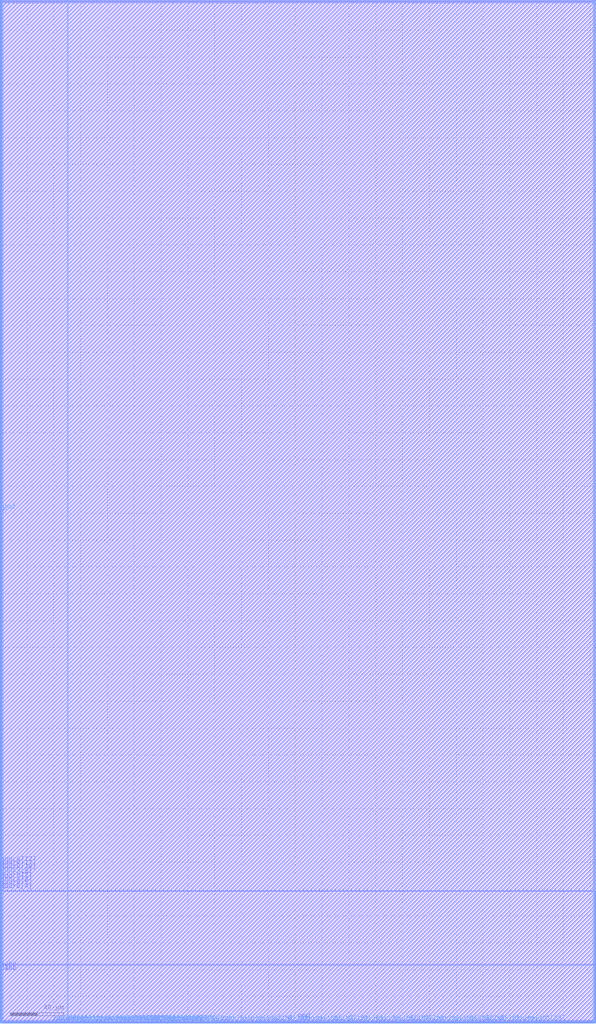
<source format=lef>
VERSION 5.4 ;
NAMESCASESENSITIVE ON ;
BUSBITCHARS "[]" ;
DIVIDERCHAR "/" ;
UNITS
  DATABASE MICRONS 2000 ;
END UNITS
MACRO sram_32b_8192_1rw_freepdk45_sram_32x8192_1v
   CLASS BLOCK ;
   SIZE 444.4925 BY 762.6675 ;
   SYMMETRY X Y R90 ;
   PIN din0[0]
      DIRECTION INPUT ;
      PORT
         LAYER metal4 ;
         RECT  50.39 0.0 50.53 0.14 ;
      END
   END din0[0]
   PIN din0[1]
      DIRECTION INPUT ;
      PORT
         LAYER metal4 ;
         RECT  53.25 0.0 53.39 0.14 ;
      END
   END din0[1]
   PIN din0[2]
      DIRECTION INPUT ;
      PORT
         LAYER metal4 ;
         RECT  56.11 0.0 56.25 0.14 ;
      END
   END din0[2]
   PIN din0[3]
      DIRECTION INPUT ;
      PORT
         LAYER metal4 ;
         RECT  58.97 0.0 59.11 0.14 ;
      END
   END din0[3]
   PIN din0[4]
      DIRECTION INPUT ;
      PORT
         LAYER metal4 ;
         RECT  61.83 0.0 61.97 0.14 ;
      END
   END din0[4]
   PIN din0[5]
      DIRECTION INPUT ;
      PORT
         LAYER metal4 ;
         RECT  64.69 0.0 64.83 0.14 ;
      END
   END din0[5]
   PIN din0[6]
      DIRECTION INPUT ;
      PORT
         LAYER metal4 ;
         RECT  67.55 0.0 67.69 0.14 ;
      END
   END din0[6]
   PIN din0[7]
      DIRECTION INPUT ;
      PORT
         LAYER metal4 ;
         RECT  70.41 0.0 70.55 0.14 ;
      END
   END din0[7]
   PIN din0[8]
      DIRECTION INPUT ;
      PORT
         LAYER metal4 ;
         RECT  73.27 0.0 73.41 0.14 ;
      END
   END din0[8]
   PIN din0[9]
      DIRECTION INPUT ;
      PORT
         LAYER metal4 ;
         RECT  76.13 0.0 76.27 0.14 ;
      END
   END din0[9]
   PIN din0[10]
      DIRECTION INPUT ;
      PORT
         LAYER metal4 ;
         RECT  78.99 0.0 79.13 0.14 ;
      END
   END din0[10]
   PIN din0[11]
      DIRECTION INPUT ;
      PORT
         LAYER metal4 ;
         RECT  81.85 0.0 81.99 0.14 ;
      END
   END din0[11]
   PIN din0[12]
      DIRECTION INPUT ;
      PORT
         LAYER metal4 ;
         RECT  84.71 0.0 84.85 0.14 ;
      END
   END din0[12]
   PIN din0[13]
      DIRECTION INPUT ;
      PORT
         LAYER metal4 ;
         RECT  87.57 0.0 87.71 0.14 ;
      END
   END din0[13]
   PIN din0[14]
      DIRECTION INPUT ;
      PORT
         LAYER metal4 ;
         RECT  90.43 0.0 90.57 0.14 ;
      END
   END din0[14]
   PIN din0[15]
      DIRECTION INPUT ;
      PORT
         LAYER metal4 ;
         RECT  93.29 0.0 93.43 0.14 ;
      END
   END din0[15]
   PIN din0[16]
      DIRECTION INPUT ;
      PORT
         LAYER metal4 ;
         RECT  96.15 0.0 96.29 0.14 ;
      END
   END din0[16]
   PIN din0[17]
      DIRECTION INPUT ;
      PORT
         LAYER metal4 ;
         RECT  99.01 0.0 99.15 0.14 ;
      END
   END din0[17]
   PIN din0[18]
      DIRECTION INPUT ;
      PORT
         LAYER metal4 ;
         RECT  101.87 0.0 102.01 0.14 ;
      END
   END din0[18]
   PIN din0[19]
      DIRECTION INPUT ;
      PORT
         LAYER metal4 ;
         RECT  104.73 0.0 104.87 0.14 ;
      END
   END din0[19]
   PIN din0[20]
      DIRECTION INPUT ;
      PORT
         LAYER metal4 ;
         RECT  107.59 0.0 107.73 0.14 ;
      END
   END din0[20]
   PIN din0[21]
      DIRECTION INPUT ;
      PORT
         LAYER metal4 ;
         RECT  110.45 0.0 110.59 0.14 ;
      END
   END din0[21]
   PIN din0[22]
      DIRECTION INPUT ;
      PORT
         LAYER metal4 ;
         RECT  113.31 0.0 113.45 0.14 ;
      END
   END din0[22]
   PIN din0[23]
      DIRECTION INPUT ;
      PORT
         LAYER metal4 ;
         RECT  116.17 0.0 116.31 0.14 ;
      END
   END din0[23]
   PIN din0[24]
      DIRECTION INPUT ;
      PORT
         LAYER metal4 ;
         RECT  119.03 0.0 119.17 0.14 ;
      END
   END din0[24]
   PIN din0[25]
      DIRECTION INPUT ;
      PORT
         LAYER metal4 ;
         RECT  121.89 0.0 122.03 0.14 ;
      END
   END din0[25]
   PIN din0[26]
      DIRECTION INPUT ;
      PORT
         LAYER metal4 ;
         RECT  124.75 0.0 124.89 0.14 ;
      END
   END din0[26]
   PIN din0[27]
      DIRECTION INPUT ;
      PORT
         LAYER metal4 ;
         RECT  127.61 0.0 127.75 0.14 ;
      END
   END din0[27]
   PIN din0[28]
      DIRECTION INPUT ;
      PORT
         LAYER metal4 ;
         RECT  130.47 0.0 130.61 0.14 ;
      END
   END din0[28]
   PIN din0[29]
      DIRECTION INPUT ;
      PORT
         LAYER metal4 ;
         RECT  133.33 0.0 133.47 0.14 ;
      END
   END din0[29]
   PIN din0[30]
      DIRECTION INPUT ;
      PORT
         LAYER metal4 ;
         RECT  136.19 0.0 136.33 0.14 ;
      END
   END din0[30]
   PIN din0[31]
      DIRECTION INPUT ;
      PORT
         LAYER metal4 ;
         RECT  139.05 0.0 139.19 0.14 ;
      END
   END din0[31]
   PIN addr0[0]
      DIRECTION INPUT ;
      PORT
         LAYER metal4 ;
         RECT  38.95 0.0 39.09 0.14 ;
      END
   END addr0[0]
   PIN addr0[1]
      DIRECTION INPUT ;
      PORT
         LAYER metal4 ;
         RECT  41.81 0.0 41.95 0.14 ;
      END
   END addr0[1]
   PIN addr0[2]
      DIRECTION INPUT ;
      PORT
         LAYER metal4 ;
         RECT  44.67 0.0 44.81 0.14 ;
      END
   END addr0[2]
   PIN addr0[3]
      DIRECTION INPUT ;
      PORT
         LAYER metal4 ;
         RECT  47.53 0.0 47.67 0.14 ;
      END
   END addr0[3]
   PIN addr0[4]
      DIRECTION INPUT ;
      PORT
         LAYER metal3 ;
         RECT  0.0 98.47 0.14 98.61 ;
      END
   END addr0[4]
   PIN addr0[5]
      DIRECTION INPUT ;
      PORT
         LAYER metal3 ;
         RECT  0.0 101.2 0.14 101.34 ;
      END
   END addr0[5]
   PIN addr0[6]
      DIRECTION INPUT ;
      PORT
         LAYER metal3 ;
         RECT  0.0 103.41 0.14 103.55 ;
      END
   END addr0[6]
   PIN addr0[7]
      DIRECTION INPUT ;
      PORT
         LAYER metal3 ;
         RECT  0.0 106.14 0.14 106.28 ;
      END
   END addr0[7]
   PIN addr0[8]
      DIRECTION INPUT ;
      PORT
         LAYER metal3 ;
         RECT  0.0 108.35 0.14 108.49 ;
      END
   END addr0[8]
   PIN addr0[9]
      DIRECTION INPUT ;
      PORT
         LAYER metal3 ;
         RECT  0.0 111.08 0.14 111.22 ;
      END
   END addr0[9]
   PIN addr0[10]
      DIRECTION INPUT ;
      PORT
         LAYER metal3 ;
         RECT  0.0 113.29 0.14 113.43 ;
      END
   END addr0[10]
   PIN addr0[11]
      DIRECTION INPUT ;
      PORT
         LAYER metal3 ;
         RECT  0.0 116.02 0.14 116.16 ;
      END
   END addr0[11]
   PIN addr0[12]
      DIRECTION INPUT ;
      PORT
         LAYER metal3 ;
         RECT  0.0 118.23 0.14 118.37 ;
      END
   END addr0[12]
   PIN csb0
      DIRECTION INPUT ;
      PORT
         LAYER metal3 ;
         RECT  0.0 37.37 0.14 37.51 ;
      END
   END csb0
   PIN web0
      DIRECTION INPUT ;
      PORT
         LAYER metal3 ;
         RECT  0.0 40.1 0.14 40.24 ;
      END
   END web0
   PIN clk0
      DIRECTION INPUT ;
      PORT
         LAYER metal3 ;
         RECT  0.0 37.605 0.14 37.745 ;
      END
   END clk0
   PIN dout0[0]
      DIRECTION OUTPUT ;
      PORT
         LAYER metal4 ;
         RECT  78.2325 0.0 78.3725 0.14 ;
      END
   END dout0[0]
   PIN dout0[1]
      DIRECTION OUTPUT ;
      PORT
         LAYER metal4 ;
         RECT  89.62 0.0 89.76 0.14 ;
      END
   END dout0[1]
   PIN dout0[2]
      DIRECTION OUTPUT ;
      PORT
         LAYER metal4 ;
         RECT  101.1125 0.0 101.2525 0.14 ;
      END
   END dout0[2]
   PIN dout0[3]
      DIRECTION OUTPUT ;
      PORT
         LAYER metal4 ;
         RECT  112.415 0.0 112.555 0.14 ;
      END
   END dout0[3]
   PIN dout0[4]
      DIRECTION OUTPUT ;
      PORT
         LAYER metal4 ;
         RECT  123.695 0.0 123.835 0.14 ;
      END
   END dout0[4]
   PIN dout0[5]
      DIRECTION OUTPUT ;
      PORT
         LAYER metal4 ;
         RECT  134.975 0.0 135.115 0.14 ;
      END
   END dout0[5]
   PIN dout0[6]
      DIRECTION OUTPUT ;
      PORT
         LAYER metal4 ;
         RECT  146.255 0.0 146.395 0.14 ;
      END
   END dout0[6]
   PIN dout0[7]
      DIRECTION OUTPUT ;
      PORT
         LAYER metal4 ;
         RECT  157.535 0.0 157.675 0.14 ;
      END
   END dout0[7]
   PIN dout0[8]
      DIRECTION OUTPUT ;
      PORT
         LAYER metal4 ;
         RECT  168.815 0.0 168.955 0.14 ;
      END
   END dout0[8]
   PIN dout0[9]
      DIRECTION OUTPUT ;
      PORT
         LAYER metal4 ;
         RECT  180.095 0.0 180.235 0.14 ;
      END
   END dout0[9]
   PIN dout0[10]
      DIRECTION OUTPUT ;
      PORT
         LAYER metal4 ;
         RECT  191.375 0.0 191.515 0.14 ;
      END
   END dout0[10]
   PIN dout0[11]
      DIRECTION OUTPUT ;
      PORT
         LAYER metal4 ;
         RECT  202.655 0.0 202.795 0.14 ;
      END
   END dout0[11]
   PIN dout0[12]
      DIRECTION OUTPUT ;
      PORT
         LAYER metal4 ;
         RECT  213.935 0.0 214.075 0.14 ;
      END
   END dout0[12]
   PIN dout0[13]
      DIRECTION OUTPUT ;
      PORT
         LAYER metal4 ;
         RECT  225.215 0.0 225.355 0.14 ;
      END
   END dout0[13]
   PIN dout0[14]
      DIRECTION OUTPUT ;
      PORT
         LAYER metal4 ;
         RECT  236.495 0.0 236.635 0.14 ;
      END
   END dout0[14]
   PIN dout0[15]
      DIRECTION OUTPUT ;
      PORT
         LAYER metal4 ;
         RECT  247.775 0.0 247.915 0.14 ;
      END
   END dout0[15]
   PIN dout0[16]
      DIRECTION OUTPUT ;
      PORT
         LAYER metal4 ;
         RECT  259.055 0.0 259.195 0.14 ;
      END
   END dout0[16]
   PIN dout0[17]
      DIRECTION OUTPUT ;
      PORT
         LAYER metal4 ;
         RECT  270.335 0.0 270.475 0.14 ;
      END
   END dout0[17]
   PIN dout0[18]
      DIRECTION OUTPUT ;
      PORT
         LAYER metal4 ;
         RECT  281.615 0.0 281.755 0.14 ;
      END
   END dout0[18]
   PIN dout0[19]
      DIRECTION OUTPUT ;
      PORT
         LAYER metal4 ;
         RECT  292.895 0.0 293.035 0.14 ;
      END
   END dout0[19]
   PIN dout0[20]
      DIRECTION OUTPUT ;
      PORT
         LAYER metal4 ;
         RECT  304.175 0.0 304.315 0.14 ;
      END
   END dout0[20]
   PIN dout0[21]
      DIRECTION OUTPUT ;
      PORT
         LAYER metal4 ;
         RECT  315.455 0.0 315.595 0.14 ;
      END
   END dout0[21]
   PIN dout0[22]
      DIRECTION OUTPUT ;
      PORT
         LAYER metal4 ;
         RECT  326.735 0.0 326.875 0.14 ;
      END
   END dout0[22]
   PIN dout0[23]
      DIRECTION OUTPUT ;
      PORT
         LAYER metal4 ;
         RECT  338.015 0.0 338.155 0.14 ;
      END
   END dout0[23]
   PIN dout0[24]
      DIRECTION OUTPUT ;
      PORT
         LAYER metal4 ;
         RECT  349.295 0.0 349.435 0.14 ;
      END
   END dout0[24]
   PIN dout0[25]
      DIRECTION OUTPUT ;
      PORT
         LAYER metal4 ;
         RECT  360.575 0.0 360.715 0.14 ;
      END
   END dout0[25]
   PIN dout0[26]
      DIRECTION OUTPUT ;
      PORT
         LAYER metal4 ;
         RECT  371.855 0.0 371.995 0.14 ;
      END
   END dout0[26]
   PIN dout0[27]
      DIRECTION OUTPUT ;
      PORT
         LAYER metal4 ;
         RECT  383.135 0.0 383.275 0.14 ;
      END
   END dout0[27]
   PIN dout0[28]
      DIRECTION OUTPUT ;
      PORT
         LAYER metal4 ;
         RECT  394.415 0.0 394.555 0.14 ;
      END
   END dout0[28]
   PIN dout0[29]
      DIRECTION OUTPUT ;
      PORT
         LAYER metal3 ;
         RECT  444.3525 43.5025 444.4925 43.6425 ;
      END
   END dout0[29]
   PIN dout0[30]
      DIRECTION OUTPUT ;
      PORT
         LAYER metal3 ;
         RECT  444.3525 43.9725 444.4925 44.1125 ;
      END
   END dout0[30]
   PIN dout0[31]
      DIRECTION OUTPUT ;
      PORT
         LAYER metal3 ;
         RECT  444.3525 43.7375 444.4925 43.8775 ;
      END
   END dout0[31]
   PIN vdd
      DIRECTION INOUT ;
      USE POWER ; 
      SHAPE ABUTMENT ; 
      PORT
         LAYER metal4 ;
         RECT  0.0 0.0 0.7 762.6675 ;
         LAYER metal4 ;
         RECT  443.7925 0.0 444.4925 762.6675 ;
         LAYER metal3 ;
         RECT  0.0 761.9675 444.4925 762.6675 ;
         LAYER metal3 ;
         RECT  0.0 0.0 444.4925 0.7 ;
      END
   END vdd
   PIN gnd
      DIRECTION INOUT ;
      USE GROUND ; 
      SHAPE ABUTMENT ; 
      PORT
         LAYER metal4 ;
         RECT  442.3925 1.4 443.0925 761.2675 ;
         LAYER metal3 ;
         RECT  1.4 760.5675 443.0925 761.2675 ;
         LAYER metal4 ;
         RECT  1.4 1.4 2.1 761.2675 ;
         LAYER metal3 ;
         RECT  1.4 1.4 443.0925 2.1 ;
      END
   END gnd
   OBS
   LAYER  metal1 ;
      RECT  0.14 0.14 444.3525 762.5275 ;
   LAYER  metal2 ;
      RECT  0.14 0.14 444.3525 762.5275 ;
   LAYER  metal3 ;
      RECT  0.28 98.33 444.3525 98.75 ;
      RECT  0.14 98.75 0.28 101.06 ;
      RECT  0.14 101.48 0.28 103.27 ;
      RECT  0.14 103.69 0.28 106.0 ;
      RECT  0.14 106.42 0.28 108.21 ;
      RECT  0.14 108.63 0.28 110.94 ;
      RECT  0.14 111.36 0.28 113.15 ;
      RECT  0.14 113.57 0.28 115.88 ;
      RECT  0.14 116.3 0.28 118.09 ;
      RECT  0.14 40.38 0.28 98.33 ;
      RECT  0.14 37.885 0.28 39.96 ;
      RECT  0.28 43.3625 444.2125 43.7825 ;
      RECT  0.28 43.7825 444.2125 98.33 ;
      RECT  444.2125 44.2525 444.3525 98.33 ;
      RECT  0.14 118.51 0.28 761.8275 ;
      RECT  0.14 0.84 0.28 37.23 ;
      RECT  444.2125 0.84 444.3525 43.3625 ;
      RECT  0.28 98.75 1.26 760.4275 ;
      RECT  0.28 760.4275 1.26 761.4075 ;
      RECT  0.28 761.4075 1.26 761.8275 ;
      RECT  1.26 98.75 443.2325 760.4275 ;
      RECT  1.26 761.4075 443.2325 761.8275 ;
      RECT  443.2325 98.75 444.3525 760.4275 ;
      RECT  443.2325 760.4275 444.3525 761.4075 ;
      RECT  443.2325 761.4075 444.3525 761.8275 ;
      RECT  0.28 0.84 1.26 1.26 ;
      RECT  0.28 1.26 1.26 2.24 ;
      RECT  0.28 2.24 1.26 43.3625 ;
      RECT  1.26 0.84 443.2325 1.26 ;
      RECT  1.26 2.24 443.2325 43.3625 ;
      RECT  443.2325 0.84 444.2125 1.26 ;
      RECT  443.2325 1.26 444.2125 2.24 ;
      RECT  443.2325 2.24 444.2125 43.3625 ;
   LAYER  metal4 ;
      RECT  50.11 0.42 50.81 762.5275 ;
      RECT  50.81 0.14 52.97 0.42 ;
      RECT  53.67 0.14 55.83 0.42 ;
      RECT  56.53 0.14 58.69 0.42 ;
      RECT  59.39 0.14 61.55 0.42 ;
      RECT  62.25 0.14 64.41 0.42 ;
      RECT  65.11 0.14 67.27 0.42 ;
      RECT  67.97 0.14 70.13 0.42 ;
      RECT  70.83 0.14 72.99 0.42 ;
      RECT  73.69 0.14 75.85 0.42 ;
      RECT  79.41 0.14 81.57 0.42 ;
      RECT  82.27 0.14 84.43 0.42 ;
      RECT  85.13 0.14 87.29 0.42 ;
      RECT  90.85 0.14 93.01 0.42 ;
      RECT  93.71 0.14 95.87 0.42 ;
      RECT  96.57 0.14 98.73 0.42 ;
      RECT  102.29 0.14 104.45 0.42 ;
      RECT  105.15 0.14 107.31 0.42 ;
      RECT  108.01 0.14 110.17 0.42 ;
      RECT  113.73 0.14 115.89 0.42 ;
      RECT  116.59 0.14 118.75 0.42 ;
      RECT  119.45 0.14 121.61 0.42 ;
      RECT  125.17 0.14 127.33 0.42 ;
      RECT  128.03 0.14 130.19 0.42 ;
      RECT  130.89 0.14 133.05 0.42 ;
      RECT  136.61 0.14 138.77 0.42 ;
      RECT  39.37 0.14 41.53 0.42 ;
      RECT  42.23 0.14 44.39 0.42 ;
      RECT  45.09 0.14 47.25 0.42 ;
      RECT  47.95 0.14 50.11 0.42 ;
      RECT  76.55 0.14 77.9525 0.42 ;
      RECT  78.6525 0.14 78.71 0.42 ;
      RECT  87.99 0.14 89.34 0.42 ;
      RECT  90.04 0.14 90.15 0.42 ;
      RECT  99.43 0.14 100.8325 0.42 ;
      RECT  101.5325 0.14 101.59 0.42 ;
      RECT  110.87 0.14 112.135 0.42 ;
      RECT  112.835 0.14 113.03 0.42 ;
      RECT  122.31 0.14 123.415 0.42 ;
      RECT  124.115 0.14 124.47 0.42 ;
      RECT  133.75 0.14 134.695 0.42 ;
      RECT  135.395 0.14 135.91 0.42 ;
      RECT  139.47 0.14 145.975 0.42 ;
      RECT  146.675 0.14 157.255 0.42 ;
      RECT  157.955 0.14 168.535 0.42 ;
      RECT  169.235 0.14 179.815 0.42 ;
      RECT  180.515 0.14 191.095 0.42 ;
      RECT  191.795 0.14 202.375 0.42 ;
      RECT  203.075 0.14 213.655 0.42 ;
      RECT  214.355 0.14 224.935 0.42 ;
      RECT  225.635 0.14 236.215 0.42 ;
      RECT  236.915 0.14 247.495 0.42 ;
      RECT  248.195 0.14 258.775 0.42 ;
      RECT  259.475 0.14 270.055 0.42 ;
      RECT  270.755 0.14 281.335 0.42 ;
      RECT  282.035 0.14 292.615 0.42 ;
      RECT  293.315 0.14 303.895 0.42 ;
      RECT  304.595 0.14 315.175 0.42 ;
      RECT  315.875 0.14 326.455 0.42 ;
      RECT  327.155 0.14 337.735 0.42 ;
      RECT  338.435 0.14 349.015 0.42 ;
      RECT  349.715 0.14 360.295 0.42 ;
      RECT  360.995 0.14 371.575 0.42 ;
      RECT  372.275 0.14 382.855 0.42 ;
      RECT  383.555 0.14 394.135 0.42 ;
      RECT  0.98 0.14 38.67 0.42 ;
      RECT  394.835 0.14 443.5125 0.42 ;
      RECT  50.81 0.42 442.1125 1.12 ;
      RECT  50.81 1.12 442.1125 761.5475 ;
      RECT  50.81 761.5475 442.1125 762.5275 ;
      RECT  442.1125 0.42 443.3725 1.12 ;
      RECT  442.1125 761.5475 443.3725 762.5275 ;
      RECT  443.3725 0.42 443.5125 1.12 ;
      RECT  443.3725 1.12 443.5125 761.5475 ;
      RECT  443.3725 761.5475 443.5125 762.5275 ;
      RECT  0.98 0.42 1.12 1.12 ;
      RECT  0.98 1.12 1.12 761.5475 ;
      RECT  0.98 761.5475 1.12 762.5275 ;
      RECT  1.12 0.42 2.38 1.12 ;
      RECT  1.12 761.5475 2.38 762.5275 ;
      RECT  2.38 0.42 50.11 1.12 ;
      RECT  2.38 1.12 50.11 761.5475 ;
      RECT  2.38 761.5475 50.11 762.5275 ;
   END
END    sram_32b_8192_1rw_freepdk45_sram_32x8192_1v
END    LIBRARY

</source>
